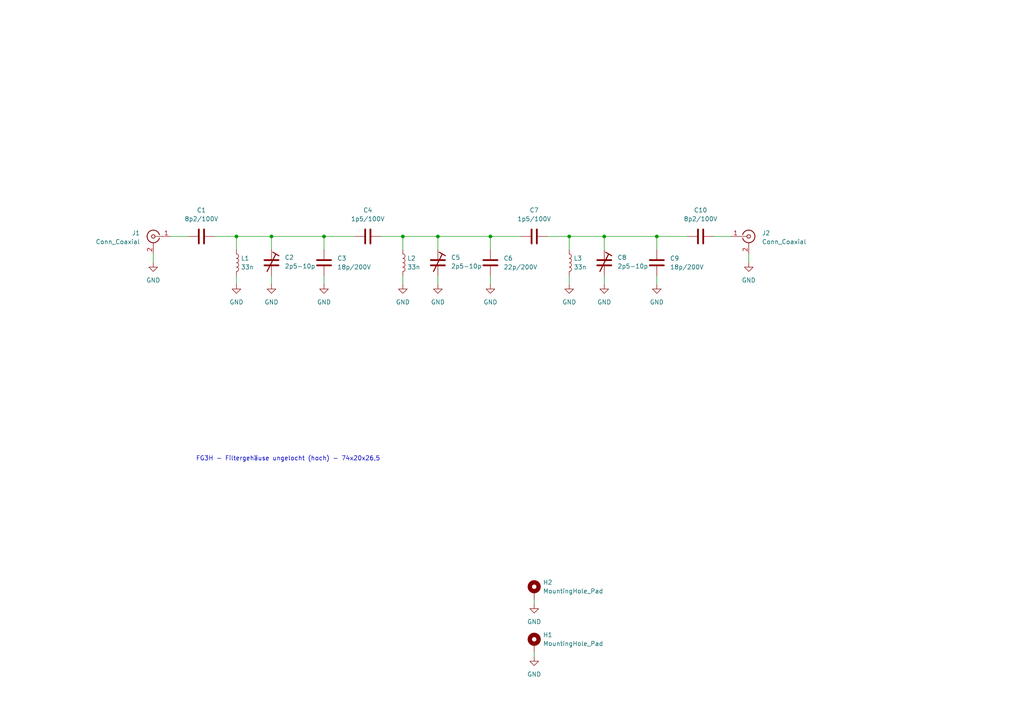
<source format=kicad_sch>
(kicad_sch (version 20250114) (generator "eeschema") (generator_version "9.0")
  (paper "A4")
  (lib_symbols
    (symbol "Connector:Conn_Coaxial" (pin_names (offset 1.016) (hide yes))
      (property "Reference" "J" (at 0.254 3.048 0))
      (property "Value" "Conn_Coaxial" (at 2.921 0 90))
      (symbol "Conn_Coaxial_0_1"
        (polyline (pts (xy -2.54 0) (xy -0.508 0)))
        (arc (start 1.778 0) (mid 0.222 -1.8079) (end -1.778 -0.508) (stroke (width 0.254)))
        (arc (start -1.778 0.508) (mid 0.2221 1.8084) (end 1.778 0) (stroke (width 0.254)))
        (circle (center 0 0) (radius 0.508) (stroke (width 0.2032)))
        (polyline (pts (xy 0 -2.54) (xy 0 -1.778)))
      )
      (symbol "Conn_Coaxial_1_1"
        (pin passive line (at -5.08 0 0) (length 2.54) (name "In") (number "1"))
        (pin passive line (at 0 -5.08 90) (length 2.54) (name "Ext") (number "2"))
      )
    )
    (symbol "Device:C" (pin_numbers (hide yes)) (pin_names (offset 0.254))
      (property "Reference" "C" (at 0.635 2.54 0))
      (property "Value" "C" (at 0.635 -2.54 0))
      (symbol "C_0_1"
        (polyline (pts (xy -2.032 0.762) (xy 2.032 0.762)) (stroke (width 0.508)))
        (polyline (pts (xy -2.032 -0.762) (xy 2.032 -0.762)) (stroke (width 0.508)))
      )
      (symbol "C_1_1"
        (pin passive line (at 0 3.81 270) (length 2.794) (name "~") (number "1"))
        (pin passive line (at 0 -3.81 90) (length 2.794) (name "~") (number "2"))
      )
    )
    (symbol "Device:C_Trim" (pin_numbers (hide yes)) (pin_names (offset 0.254) (hide yes))
      (property "Reference" "C" (at 1.524 -2.032 0))
      (property "Value" "C_Trim" (at 3.048 -3.556 0))
      (symbol "C_Trim_0_1"
        (polyline (pts (xy -2.032 0.762) (xy 2.032 0.762)) (stroke (width 0.508)))
        (polyline (pts (xy -2.032 -0.762) (xy 2.032 -0.762)) (stroke (width 0.508)))
        (polyline (pts (xy 1.27 2.54) (xy -1.27 -2.54)) (stroke (width 0.3048)))
        (polyline (pts (xy 1.27 2.54) (xy 0.381 3.048)) (stroke (width 0.3048)))
        (polyline (pts (xy 1.27 2.54) (xy 2.159 2.032)) (stroke (width 0.3048)))
      )
      (symbol "C_Trim_1_1"
        (pin passive line (at 0 3.81 270) (length 3.048) (name "~") (number "1"))
        (pin passive line (at 0 -3.81 90) (length 3.048) (name "~") (number "2"))
      )
    )
    (symbol "Device:L" (pin_numbers (hide yes)) (pin_names (offset 1.016) (hide yes))
      (property "Reference" "L" (at -1.27 0 90))
      (property "Value" "L" (at 1.905 0 90))
      (symbol "L_0_1"
        (arc (start 0 2.54) (mid 0.6323 1.905) (end 0 1.27))
        (arc (start 0 1.27) (mid 0.6323 0.635) (end 0 0))
        (arc (start 0 0) (mid 0.6323 -0.635) (end 0 -1.27))
        (arc (start 0 -1.27) (mid 0.6323 -1.905) (end 0 -2.54))
      )
      (symbol "L_1_1"
        (pin passive line (at 0 3.81 270) (length 1.27) (name "1") (number "1"))
        (pin passive line (at 0 -3.81 90) (length 1.27) (name "2") (number "2"))
      )
    )
    (symbol "Mechanical:MountingHole_Pad" (pin_numbers (hide yes)) (pin_names (offset 1.016) (hide yes)) (in_bom no)
      (property "Reference" "H" (at 0 6.35 0))
      (property "Value" "MountingHole_Pad" (at 0 4.445 0))
      (symbol "MountingHole_Pad_0_1"
        (circle (center 0 1.27) (radius 1.27) (stroke (width 1.27)))
      )
      (symbol "MountingHole_Pad_1_1"
        (pin input line (at 0 -2.54 90) (length 2.54) (name "1") (number "1"))
      )
    )
    (symbol "power:GND" (power) (pin_numbers (hide yes)) (pin_names (offset 0) (hide yes))
      (property "Value" "GND" (at 0 -3.81 0))
      (symbol "GND_0_1"
        (polyline (pts (xy 0 0) (xy 0 -1.27) (xy 1.27 -1.27) (xy 0 -2.54) (xy -1.27 -1.27) (xy 0 -1.27)))
      )
      (symbol "GND_1_1"
        (pin power_in line (at 0 0 270) (length 0) (name "~") (number "1"))
      )
    )
  )
  (text "FG3H - Filtergehäuse ungelocht (hoch) - 74x20x26,5\n" (at 83.566 133.096 0) (effects (font (size 1.27 1.27))))
  (junction (at 175.26 68.58))
  (junction (at 116.84 68.58))
  (junction (at 93.98 68.58))
  (junction (at 190.5 68.58))
  (junction (at 68.58 68.58))
  (junction (at 165.1 68.58))
  (junction (at 127 68.58))
  (junction (at 78.74 68.58))
  (junction (at 142.24 68.58))
  (wire (pts (xy 78.74 80.01) (xy 78.74 82.55)))
  (wire (pts (xy 217.17 73.66) (xy 217.17 76.2)))
  (wire (pts (xy 68.58 68.58) (xy 68.58 72.39)))
  (wire (pts (xy 175.26 68.58) (xy 175.26 72.39)))
  (wire (pts (xy 127 68.58) (xy 142.24 68.58)))
  (wire (pts (xy 175.26 80.01) (xy 175.26 82.55)))
  (wire (pts (xy 93.98 68.58) (xy 102.87 68.58)))
  (wire (pts (xy 127 80.01) (xy 127 82.55)))
  (wire (pts (xy 93.98 80.01) (xy 93.98 82.55)))
  (wire (pts (xy 190.5 80.01) (xy 190.5 82.55)))
  (wire (pts (xy 93.98 68.58) (xy 93.98 72.39)))
  (wire (pts (xy 142.24 68.58) (xy 151.13 68.58)))
  (wire (pts (xy 116.84 80.01) (xy 116.84 82.55)))
  (wire (pts (xy 158.75 68.58) (xy 165.1 68.58)))
  (wire (pts (xy 154.94 189.23) (xy 154.94 190.5)))
  (wire (pts (xy 116.84 68.58) (xy 127 68.58)))
  (wire (pts (xy 142.24 68.58) (xy 142.24 72.39)))
  (wire (pts (xy 68.58 68.58) (xy 78.74 68.58)))
  (wire (pts (xy 110.49 68.58) (xy 116.84 68.58)))
  (wire (pts (xy 78.74 68.58) (xy 78.74 72.39)))
  (wire (pts (xy 68.58 80.01) (xy 68.58 82.55)))
  (wire (pts (xy 116.84 68.58) (xy 116.84 72.39)))
  (wire (pts (xy 62.23 68.58) (xy 68.58 68.58)))
  (wire (pts (xy 154.94 173.99) (xy 154.94 175.26)))
  (wire (pts (xy 44.45 73.66) (xy 44.45 76.2)))
  (wire (pts (xy 78.74 68.58) (xy 93.98 68.58)))
  (wire (pts (xy 212.09 68.58) (xy 207.01 68.58)))
  (wire (pts (xy 165.1 80.01) (xy 165.1 82.55)))
  (wire (pts (xy 190.5 68.58) (xy 190.5 72.39)))
  (wire (pts (xy 165.1 68.58) (xy 175.26 68.58)))
  (wire (pts (xy 127 68.58) (xy 127 72.39)))
  (wire (pts (xy 142.24 80.01) (xy 142.24 82.55)))
  (wire (pts (xy 175.26 68.58) (xy 190.5 68.58)))
  (wire (pts (xy 49.53 68.58) (xy 54.61 68.58)))
  (wire (pts (xy 190.5 68.58) (xy 199.39 68.58)))
  (wire (pts (xy 165.1 68.58) (xy 165.1 72.39)))
  (symbol (lib_id "power:GND") (at 154.94 175.26 0) (unit 1)
    (property "Reference" "#PWR013" (effects (hide yes)))
    (property "Value" "GND" (at 154.94 180.34 0))
    (property "Description" "Power symbol creates a global label with name \"GND\" , ground" (effects (hide yes)))
  )
  (symbol (lib_id "power:GND") (at 142.24 82.55 0) (unit 1)
    (property "Reference" "#PWR07" (effects (hide yes)))
    (property "Value" "GND" (at 142.24 87.63 0))
    (property "Description" "Power symbol creates a global label with name \"GND\" , ground" (effects (hide yes)))
  )
  (symbol (lib_id "Device:C_Trim") (at 127 76.2 0) (unit 1)
    (property "Reference" "C5" (at 130.81 74.6759 0) (effects (justify left)))
    (property "Value" "2p5-10p" (at 130.81 77.2159 0) (effects (justify left)))
    (property "Footprint" "riske:CERA-TRIM-SL" (effects (hide yes)))
    (property "Description" "Trimmable capacitor" (effects (hide yes)))
    (property "PN" "2320-2" (effects (hide yes)))
  )
  (symbol (lib_id "power:GND") (at 217.17 76.2 0) (mirror y) (unit 1)
    (property "Reference" "#PWR011" (effects (hide yes)))
    (property "Value" "GND" (at 217.17 81.28 0))
    (property "Description" "Power symbol creates a global label with name \"GND\" , ground" (effects (hide yes)))
  )
  (symbol (lib_id "Device:L") (at 116.84 76.2 0) (unit 1)
    (property "Reference" "L2" (at 118.11 74.9299 0) (effects (justify left)))
    (property "Value" "33n" (at 118.11 77.4699 0) (effects (justify left)))
    (property "Footprint" "riske:L_Wurth_WE-CAIR-4248" (effects (hide yes)))
    (property "Description" "Inductor" (effects (hide yes)))
    (property "PN" "744912133G" (effects (hide yes)))
  )
  (symbol (lib_id "Device:C") (at 93.98 76.2 180) (unit 1)
    (property "Reference" "C3" (at 97.79 74.9299 0) (effects (justify right)))
    (property "Value" "18p/200V" (at 97.79 77.4699 0) (effects (justify right)))
    (property "Footprint" "Capacitor_SMD:C_0805_2012Metric" (effects (hide yes)))
    (property "Description" "Unpolarized capacitor" (effects (hide yes)))
    (property "PN" "KGQ21HCG2D180FT" (effects (hide yes)))
  )
  (symbol (lib_id "Device:C") (at 203.2 68.58 270) (mirror x) (unit 1)
    (property "Reference" "C10" (at 203.2 60.96 90))
    (property "Value" "8p2/100V" (at 203.2 63.5 90))
    (property "Footprint" "Capacitor_SMD:C_0805_2012Metric" (effects (hide yes)))
    (property "Description" "Unpolarized capacitor" (effects (hide yes)))
    (property "PN" "KGQ21HCG2D8R2BT" (effects (hide yes)))
  )
  (symbol (lib_id "power:GND") (at 68.58 82.55 0) (unit 1)
    (property "Reference" "#PWR02" (effects (hide yes)))
    (property "Value" "GND" (at 68.58 87.63 0))
    (property "Description" "Power symbol creates a global label with name \"GND\" , ground" (effects (hide yes)))
  )
  (symbol (lib_id "Connector:Conn_Coaxial") (at 44.45 68.58 0) (mirror y) (unit 1)
    (property "Reference" "J1" (at 40.64 67.6031 0) (effects (justify left)))
    (property "Value" "Conn_Coaxial" (at 40.64 70.1431 0) (effects (justify left)))
    (property "Footprint" "Connector_Coaxial:SMA_Amphenol_132289_EdgeMount" (effects (hide yes)))
    (property "Description" "coaxial connector (BNC, SMA, SMB, SMC, Cinch/RCA, LEMO, ...)" (effects (hide yes)))
  )
  (symbol (lib_id "Device:C_Trim") (at 175.26 76.2 0) (unit 1)
    (property "Reference" "C8" (at 179.07 74.6759 0) (effects (justify left)))
    (property "Value" "2p5-10p" (at 179.07 77.2159 0) (effects (justify left)))
    (property "Footprint" "riske:CERA-TRIM-SL" (effects (hide yes)))
    (property "Description" "Trimmable capacitor" (effects (hide yes)))
    (property "PN" "2320-2" (effects (hide yes)))
  )
  (symbol (lib_id "power:GND") (at 127 82.55 0) (unit 1)
    (property "Reference" "#PWR06" (effects (hide yes)))
    (property "Value" "GND" (at 127 87.63 0))
    (property "Description" "Power symbol creates a global label with name \"GND\" , ground" (effects (hide yes)))
  )
  (symbol (lib_id "power:GND") (at 93.98 82.55 0) (unit 1)
    (property "Reference" "#PWR04" (effects (hide yes)))
    (property "Value" "GND" (at 93.98 87.63 0))
    (property "Description" "Power symbol creates a global label with name \"GND\" , ground" (effects (hide yes)))
  )
  (symbol (lib_id "Mechanical:MountingHole_Pad") (at 154.94 171.45 0) (unit 1) (in_bom no)
    (property "Reference" "H2" (at 157.48 168.9099 0) (effects (justify left)))
    (property "Value" "MountingHole_Pad" (at 157.48 171.4499 0) (effects (justify left)))
    (property "Footprint" "MountingHole:MountingHole_2.2mm_M2_Pad" (effects (hide yes)))
    (property "Description" "Mounting Hole with connection" (effects (hide yes)))
  )
  (symbol (lib_id "power:GND") (at 154.94 190.5 0) (unit 1)
    (property "Reference" "#PWR012" (effects (hide yes)))
    (property "Value" "GND" (at 154.94 195.58 0))
    (property "Description" "Power symbol creates a global label with name \"GND\" , ground" (effects (hide yes)))
  )
  (symbol (lib_id "Device:C") (at 106.68 68.58 90) (unit 1)
    (property "Reference" "C4" (at 106.68 60.96 90))
    (property "Value" "1p5/100V" (at 106.68 63.5 90))
    (property "Footprint" "Capacitor_SMD:C_0805_2012Metric" (effects (hide yes)))
    (property "Description" "Unpolarized capacitor" (effects (hide yes)))
    (property "PN" "KGQ21HCG2D1R5BT" (effects (hide yes)))
  )
  (symbol (lib_id "power:GND") (at 175.26 82.55 0) (unit 1)
    (property "Reference" "#PWR09" (effects (hide yes)))
    (property "Value" "GND" (at 175.26 87.63 0))
    (property "Description" "Power symbol creates a global label with name \"GND\" , ground" (effects (hide yes)))
  )
  (symbol (lib_id "Device:C") (at 58.42 68.58 90) (unit 1)
    (property "Reference" "C1" (at 58.42 60.96 90))
    (property "Value" "8p2/100V" (at 58.42 63.5 90))
    (property "Footprint" "Capacitor_SMD:C_0805_2012Metric" (effects (hide yes)))
    (property "Description" "Unpolarized capacitor" (effects (hide yes)))
    (property "PN" "KGQ21HCG2D8R2BT" (effects (hide yes)))
  )
  (symbol (lib_id "Device:C_Trim") (at 78.74 76.2 0) (unit 1)
    (property "Reference" "C2" (at 82.55 74.6759 0) (effects (justify left)))
    (property "Value" "2p5-10p" (at 82.55 77.2159 0) (effects (justify left)))
    (property "Footprint" "riske:CERA-TRIM-SL" (effects (hide yes)))
    (property "Description" "Trimmable capacitor" (effects (hide yes)))
    (property "PN" "2320-2" (effects (hide yes)))
  )
  (symbol (lib_id "Device:C") (at 190.5 76.2 180) (unit 1)
    (property "Reference" "C9" (at 194.31 74.9299 0) (effects (justify right)))
    (property "Value" "18p/200V" (at 194.31 77.4699 0) (effects (justify right)))
    (property "Footprint" "Capacitor_SMD:C_0805_2012Metric" (effects (hide yes)))
    (property "Description" "Unpolarized capacitor" (effects (hide yes)))
    (property "PN" "KGQ21HCG2D180FT" (effects (hide yes)))
  )
  (symbol (lib_id "Device:C") (at 142.24 76.2 180) (unit 1)
    (property "Reference" "C6" (at 146.05 74.9299 0) (effects (justify right)))
    (property "Value" "22p/200V" (at 146.05 77.4699 0) (effects (justify right)))
    (property "Footprint" "Capacitor_SMD:C_0805_2012Metric" (effects (hide yes)))
    (property "Description" "Unpolarized capacitor" (effects (hide yes)))
    (property "PN" "KGQ21HCG2D220FT" (effects (hide yes)))
  )
  (symbol (lib_id "Connector:Conn_Coaxial") (at 217.17 68.58 0) (unit 1)
    (property "Reference" "J2" (at 220.98 67.6031 0) (effects (justify left)))
    (property "Value" "Conn_Coaxial" (at 220.98 70.1431 0) (effects (justify left)))
    (property "Footprint" "Connector_Coaxial:SMA_Amphenol_132289_EdgeMount" (effects (hide yes)))
    (property "Description" "coaxial connector (BNC, SMA, SMB, SMC, Cinch/RCA, LEMO, ...)" (effects (hide yes)))
  )
  (symbol (lib_id "Device:L") (at 165.1 76.2 0) (unit 1)
    (property "Reference" "L3" (at 166.37 74.9299 0) (effects (justify left)))
    (property "Value" "33n" (at 166.37 77.4699 0) (effects (justify left)))
    (property "Footprint" "riske:L_Wurth_WE-CAIR-4248" (effects (hide yes)))
    (property "Description" "Inductor" (effects (hide yes)))
    (property "PN" "744912133G" (effects (hide yes)))
  )
  (symbol (lib_id "power:GND") (at 165.1 82.55 0) (unit 1)
    (property "Reference" "#PWR08" (effects (hide yes)))
    (property "Value" "GND" (at 165.1 87.63 0))
    (property "Description" "Power symbol creates a global label with name \"GND\" , ground" (effects (hide yes)))
  )
  (symbol (lib_id "power:GND") (at 78.74 82.55 0) (unit 1)
    (property "Reference" "#PWR03" (effects (hide yes)))
    (property "Value" "GND" (at 78.74 87.63 0))
    (property "Description" "Power symbol creates a global label with name \"GND\" , ground" (effects (hide yes)))
  )
  (symbol (lib_id "Device:C") (at 154.94 68.58 90) (unit 1)
    (property "Reference" "C7" (at 154.94 60.96 90))
    (property "Value" "1p5/100V" (at 154.94 63.5 90))
    (property "Footprint" "Capacitor_SMD:C_0805_2012Metric" (effects (hide yes)))
    (property "Description" "Unpolarized capacitor" (effects (hide yes)))
    (property "PN" "KGQ21HCG2D1R5BT" (effects (hide yes)))
  )
  (symbol (lib_id "Device:L") (at 68.58 76.2 0) (unit 1)
    (property "Reference" "L1" (at 69.85 74.9299 0) (effects (justify left)))
    (property "Value" "33n" (at 69.85 77.4699 0) (effects (justify left)))
    (property "Footprint" "riske:L_Wurth_WE-CAIR-4248" (effects (hide yes)))
    (property "Description" "Inductor" (effects (hide yes)))
    (property "PN" "744912133G" (effects (hide yes)))
  )
  (symbol (lib_id "Mechanical:MountingHole_Pad") (at 154.94 186.69 0) (unit 1) (in_bom no)
    (property "Reference" "H1" (at 157.48 184.1499 0) (effects (justify left)))
    (property "Value" "MountingHole_Pad" (at 157.48 186.6899 0) (effects (justify left)))
    (property "Footprint" "MountingHole:MountingHole_2.2mm_M2_Pad" (effects (hide yes)))
    (property "Description" "Mounting Hole with connection" (effects (hide yes)))
  )
  (symbol (lib_id "power:GND") (at 116.84 82.55 0) (unit 1)
    (property "Reference" "#PWR05" (effects (hide yes)))
    (property "Value" "GND" (at 116.84 87.63 0))
    (property "Description" "Power symbol creates a global label with name \"GND\" , ground" (effects (hide yes)))
  )
  (symbol (lib_id "power:GND") (at 190.5 82.55 0) (unit 1)
    (property "Reference" "#PWR010" (effects (hide yes)))
    (property "Value" "GND" (at 190.5 87.63 0))
    (property "Description" "Power symbol creates a global label with name \"GND\" , ground" (effects (hide yes)))
  )
  (symbol (lib_id "power:GND") (at 44.45 76.2 0) (unit 1)
    (property "Reference" "#PWR01" (effects (hide yes)))
    (property "Value" "GND" (at 44.45 81.28 0))
    (property "Description" "Power symbol creates a global label with name \"GND\" , ground" (effects (hide yes)))
  )
)
</source>
